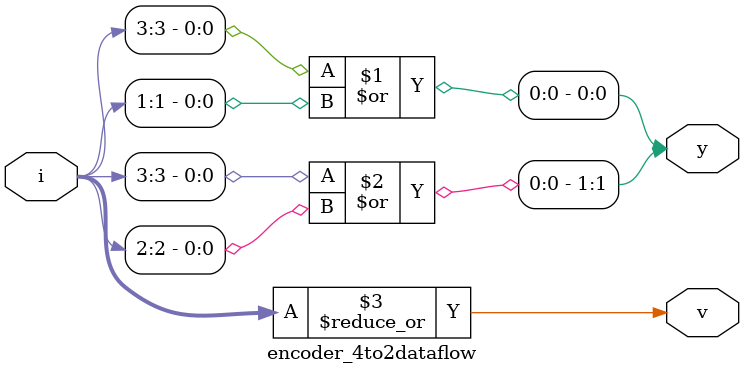
<source format=v>
`timescale 1ns / 1ps


module encoder_4to2dataflow(
    output [1:0] y,
    output v,
    input [3:0] i
    );
    assign y={i[3]|i[2],i[3]|i[1]};
    assign v=|i;
endmodule

</source>
